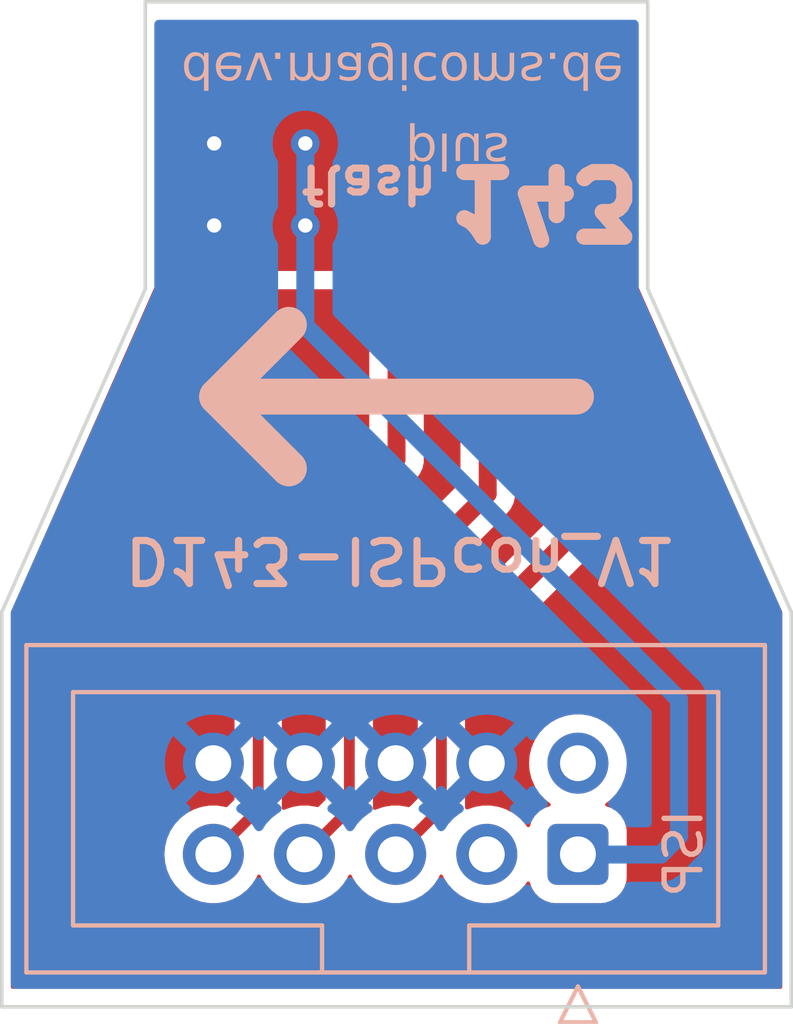
<source format=kicad_pcb>
(kicad_pcb (version 20221018) (generator pcbnew)
  (title_block (date "2023-05-29"))
  (layers (0 "F.Cu" signal) (31 "B.Cu" signal) (34 "B.Paste" user) (35 "F.Paste" user) (36 "B.SilkS" user "B.Silkscreen") (37 "F.SilkS" user "F.Silkscreen") (38 "B.Mask" user) (39 "F.Mask" user) (44 "Edge.Cuts" user))
  (net 0 "")
  (net 1 "GND")
  (net 2 "Net-(J1-MOSI)")
  (net 3 "Net-(J1-MISO)")
  (net 4 "Net-(J1-SCK)")
  (net 5 "Net-(J1-RESET)")
  (net 6 "unconnected-(J2-VCC-Pad2)")
  (footprint "#-myFootprints:D143_DecISP_2.54mm_flat-solder" (layer "F.Cu") (at 111 76 90)
    (fp_text reference "J1" hide)
    (fp_text value "D143_DecISPpinhead" hide)
    (pad "1" smd rect (at 0 -5.08 90) (size 7 2) (layers "F.Cu" "F.Paste" "F.Mask") (net 1 "GND"))
    (pad "2" smd rect (at 0 -2.54 90) (size 7 2) (layers "F.Cu" "F.Paste" "F.Mask") (net 2 "Net-(J1-MOSI)"))
    (pad "3" smd rect (at 0 0 90) (size 7 2) (layers "F.Cu" "F.Paste" "F.Mask") (net 3 "Net-(J1-MISO)"))
    (pad "4" smd rect (at 0 2.54 90) (size 7 2) (layers "F.Cu" "F.Paste" "F.Mask") (net 4 "Net-(J1-SCK)"))
    (pad "5" smd rect (at 0 5.08 90) (size 7 2) (layers "F.Cu" "F.Paste" "F.Mask") (net 5 "Net-(J1-RESET)"))
  )
  (footprint "Connector_IDC:IDC-Header_2x05_P2.54mm_Vertical" (layer "B.Cu") (at 116.055 95.7525 90)
    (fp_text reference "ISP" (at 0.0275 2.945 90) (layer "B.SilkS") (effects (justify mirror)))
    (fp_text value "AVR-ISP-10" hide)
    (fp_line (start -4.68 -0.5) (end -3.68 0) (stroke (width 0.12)) (layer "B.SilkS"))
    (fp_line (start -4.68 0.5) (end -4.68 -0.5) (stroke (width 0.12)) (layer "B.SilkS"))
    (fp_line (start -3.68 0) (end -4.68 0.5) (stroke (width 0.12)) (layer "B.SilkS"))
    (fp_line (start -3.29 -15.37) (end -3.29 5.21) (stroke (width 0.12)) (layer "B.SilkS"))
    (fp_line (start -3.29 -3.03) (end -1.98 -3.03) (stroke (width 0.12)) (layer "B.SilkS"))
    (fp_line (start -3.29 5.21) (end 5.83 5.21) (stroke (width 0.12)) (layer "B.SilkS"))
    (fp_line (start -1.98 -14.07) (end -1.98 -7.13) (stroke (width 0.12)) (layer "B.SilkS"))
    (fp_line (start -1.98 -7.13) (end -3.29 -7.13) (stroke (width 0.12)) (layer "B.SilkS"))
    (fp_line (start -1.98 -7.13) (end -1.98 -7.13) (stroke (width 0.12)) (layer "B.SilkS"))
    (fp_line (start -1.98 -3.03) (end -1.98 3.91) (stroke (width 0.12)) (layer "B.SilkS"))
    (fp_line (start -1.98 3.91) (end 4.52 3.91) (stroke (width 0.12)) (layer "B.SilkS"))
    (fp_line (start 4.52 -14.07) (end -1.98 -14.07) (stroke (width 0.12)) (layer "B.SilkS"))
    (fp_line (start 4.52 3.91) (end 4.52 -14.07) (stroke (width 0.12)) (layer "B.SilkS"))
    (fp_line (start 5.83 -15.37) (end -3.29 -15.37) (stroke (width 0.12)) (layer "B.SilkS"))
    (fp_line (start 5.83 5.21) (end 5.83 -15.37) (stroke (width 0.12)) (layer "B.SilkS"))
    (pad "1" thru_hole roundrect (at 0 0 90) (size 1.7 1.7) (drill 1) (layers "*.Cu" "*.Mask") (roundrect_rratio 0.1470588235) (net 2 "Net-(J1-MOSI)"))
    (pad "2" thru_hole circle (at 2.54 0 90) (size 1.7 1.7) (drill 1) (layers "*.Cu" "*.Mask") (net 6 "unconnected-(J2-VCC-Pad2)"))
    (pad "3" thru_hole circle (at 0 -2.54 90) (size 1.7 1.7) (drill 1) (layers "*.Cu" "*.Mask"))
    (pad "4" thru_hole circle (at 2.54 -2.54 90) (size 1.7 1.7) (drill 1) (layers "*.Cu" "*.Mask") (net 1 "GND"))
    (pad "5" thru_hole circle (at 0 -5.08 90) (size 1.7 1.7) (drill 1) (layers "*.Cu" "*.Mask") (net 5 "Net-(J1-RESET)"))
    (pad "6" thru_hole circle (at 2.54 -5.08 90) (size 1.7 1.7) (drill 1) (layers "*.Cu" "*.Mask") (net 1 "GND"))
    (pad "7" thru_hole circle (at 0 -7.62 90) (size 1.7 1.7) (drill 1) (layers "*.Cu" "*.Mask") (net 4 "Net-(J1-SCK)"))
    (pad "8" thru_hole circle (at 2.54 -7.62 90) (size 1.7 1.7) (drill 1) (layers "*.Cu" "*.Mask") (net 1 "GND"))
    (pad "9" thru_hole circle (at 0 -10.16 90) (size 1.7 1.7) (drill 1) (layers "*.Cu" "*.Mask") (net 3 "Net-(J1-MISO)"))
    (pad "10" thru_hole circle (at 2.54 -10.16 90) (size 1.7 1.7) (drill 1) (layers "*.Cu" "*.Mask") (net 1 "GND"))
  )
  (gr_line (start 116 83) (end 106 83) (stroke (width 1)) (layer "B.SilkS"))
  (gr_line (start 106 83) (end 108 81) (stroke (width 1)) (layer "B.SilkS"))
  (gr_line (start 106 83) (end 108 85) (stroke (width 1)) (layer "B.SilkS"))
  (gr_line (start 100 89) (end 104 80) (stroke (width 0.1)) (layer "Edge.Cuts"))
  (gr_line (start 122 100) (end 122 89) (stroke (width 0.1)) (layer "Edge.Cuts"))
  (gr_line (start 104 72) (end 118 72) (stroke (width 0.1)) (layer "Edge.Cuts"))
  (gr_line (start 118 80) (end 118 72) (stroke (width 0.1)) (layer "Edge.Cuts"))
  (gr_line (start 104 80) (end 104 72) (stroke (width 0.1)) (layer "Edge.Cuts"))
  (gr_line (start 100 100) (end 100 89) (stroke (width 0.1)) (layer "Edge.Cuts"))
  (gr_line (start 122 100) (end 100 100) (stroke (width 0.1)) (layer "Edge.Cuts"))
  (gr_line (start 122 89) (end 118 80) (stroke (width 0.1)) (layer "Edge.Cuts"))
  (gr_text "flash" (at 108.25 76.5 180) (layer "B.SilkS") (effects (font (size 1 1) (thickness 0.2) bold) (justify left bottom mirror)))
  (gr_text "143" (at 112.25 76.5 180) (layer "B.SilkS") (effects (font (size 1.8 1.8) (thickness 0.45) bold) (justify left bottom mirror)))
  (gr_text "dev.magicoms.de" (at 105 73.25 180) (layer "B.SilkS") (effects (font (size 1 1)) (justify left bottom mirror)))
  (gr_text "D143-ISPcon_V1" (at 103.325 86.85 180) (layer "B.SilkS") (effects (font (size 1.2 1.2) (thickness 0.2) bold) (justify left bottom mirror)))
  (gr_text "plus" (at 111.25 75.5 180) (layer "B.SilkS") (effects (font (size 1 1)) (justify left bottom mirror)))
  (via (at 105.918 75.946) (size 0.8) (drill 0.4) (layers "F.Cu" "B.Cu") (net 1))
  (via (at 105.918 78.232) (size 0.8) (drill 0.4) (layers "F.Cu" "B.Cu") (net 1))
  (via (at 108.458 78.232) (size 0.8) (drill 0.4) (layers "F.Cu" "B.Cu") (net 2))
  (via (at 108.458 75.946) (size 0.8) (drill 0.4) (layers "F.Cu" "B.Cu") (net 2))
  (segment (start 118.872 91.44) (end 118.872 95.25) (width 0.5) (layer "B.Cu") (net 2))
  (segment (start 108.458 81.026) (end 118.872 91.44) (width 0.5) (layer "B.Cu") (net 2))
  (segment (start 116.055 95.7525) (end 116.0575 95.75) (width 1) (layer "B.Cu") (net 2))
  (segment (start 118.364 95.758) (end 116.0605 95.758) (width 0.5) (layer "B.Cu") (net 2))
  (segment (start 108.458 75.946) (end 108.458 81.026) (width 0.5) (layer "B.Cu") (net 2))
  (segment (start 118.872 95.25) (end 118.364 95.758) (width 0.5) (layer "B.Cu") (net 2))
  (segment (start 116.0605 95.758) (end 116.055 95.7525) (width 0.5) (layer "B.Cu") (net 2))
  (segment (start 111 84.75) (end 111 76) (width 0.5) (layer "F.Cu") (net 3))
  (segment (start 107.145 94.5025) (end 107.145 91.23) (width 0.3) (layer "F.Cu") (net 3))
  (segment (start 107.145 91.23) (end 107.145 88.605) (width 0.5) (layer "F.Cu") (net 3))
  (segment (start 107.145 88.605) (end 111 84.75) (width 0.5) (layer "F.Cu") (net 3))
  (segment (start 105.895 95.7525) (end 107.145 94.5025) (width 0.3) (layer "F.Cu") (net 3))
  (segment (start 109.685 91.24) (end 109.685 89.565) (width 0.5) (layer "F.Cu") (net 4))
  (segment (start 108.435 95.7525) (end 109.685 94.5025) (width 0.3) (layer "F.Cu") (net 4))
  (segment (start 109.685 94.5025) (end 109.685 91.24) (width 0.3) (layer "F.Cu") (net 4))
  (segment (start 109.685 89.565) (end 113.54 85.71) (width 0.5) (layer "F.Cu") (net 4))
  (segment (start 113.54 85.71) (end 113.54 76) (width 0.5) (layer "F.Cu") (net 4))
  (segment (start 116.08 86.67) (end 116.08 76) (width 0.5) (layer "F.Cu") (net 5))
  (segment (start 112.25 94.4775) (end 112.25 91.225) (width 0.3) (layer "F.Cu") (net 5))
  (segment (start 110.975 95.7525) (end 112.25 94.4775) (width 0.3) (layer "F.Cu") (net 5))
  (segment (start 112.25 90.5) (end 116.08 86.67) (width 0.5) (layer "F.Cu") (net 5))
  (segment (start 112.25 91.225) (end 112.25 90.5) (width 0.5) (layer "F.Cu") (net 5))
  (segment (start 116.175 93.165) (end 116.155 93.185) (width 1) (layer "B.Cu") (net 6))
  (zone (net 1) (net_name "GND") (layer "F.Cu") (connect_pads yes (clearance 0.508)) (min_thickness 0.1) (fill yes (thermal_gap 0.5) (thermal_bridge_width 0.5))
    (polygon (pts (xy 100.25 99.5) (xy 100.25 89) (xy 104.902 78.486) (xy 104.902 72.5) (xy 117.094 72.5) (xy 117.094 78.486) (xy 121.75 89) (xy 121.75 99.5)))
  )
  (zone (net 1) (net_name "GND") (layer "B.Cu") (priority 1) (connect_pads (clearance 0.508)) (min_thickness 0.25) (fill yes (thermal_gap 0.5) (thermal_bridge_width 0.5))
    (polygon (pts (xy 100.25 99.5) (xy 100.25 89) (xy 104.25 80) (xy 104.25 72.5) (xy 117.75 72.5) (xy 117.75 80) (xy 121.75 89) (xy 121.75 99.5)))
  )
)
</source>
